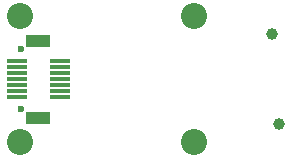
<source format=gbs>
G04*
G04 #@! TF.GenerationSoftware,Altium Limited,Altium Designer,18.1.7 (191)*
G04*
G04 Layer_Color=16711935*
%FSLAX24Y24*%
%MOIN*%
G70*
G01*
G75*
%ADD22C,0.0394*%
%ADD23C,0.0236*%
%ADD24C,0.0867*%
%ADD40R,0.0670X0.0158*%
%ADD41R,0.0789X0.0395*%
D22*
X19095Y14800D02*
D03*
X19332Y11800D02*
D03*
D23*
X10709Y14304D02*
D03*
Y12296D02*
D03*
D24*
X16500Y11200D02*
D03*
Y15400D02*
D03*
X10700D02*
D03*
Y11200D02*
D03*
D40*
X12009Y13891D02*
D03*
Y13497D02*
D03*
Y13694D02*
D03*
Y13103D02*
D03*
Y13300D02*
D03*
Y12709D02*
D03*
Y12906D02*
D03*
X10591Y13694D02*
D03*
Y13891D02*
D03*
Y13300D02*
D03*
Y13497D02*
D03*
Y13103D02*
D03*
Y12709D02*
D03*
Y12906D02*
D03*
D41*
X11300Y14580D02*
D03*
Y12020D02*
D03*
M02*

</source>
